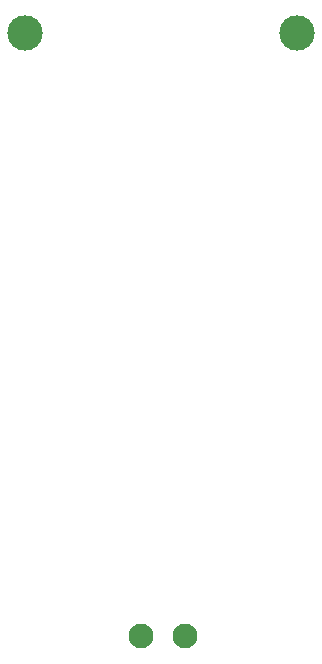
<source format=gbr>
M48
;DRILL file {Pcbnew (2013-may-18)-stable} date Вс 25 окт 2015 21:36:30
;FORMAT={-:-/ absolute / metric / decimal}
FMAT,2
METRIC,TZ
T1C2.100
T2C3.000
%
G90
G05
M71
T1
X27.75Y-77.
X31.5Y-77.
T2
X17.988Y-25.965
X40.988Y-25.965
T0
M30

</source>
